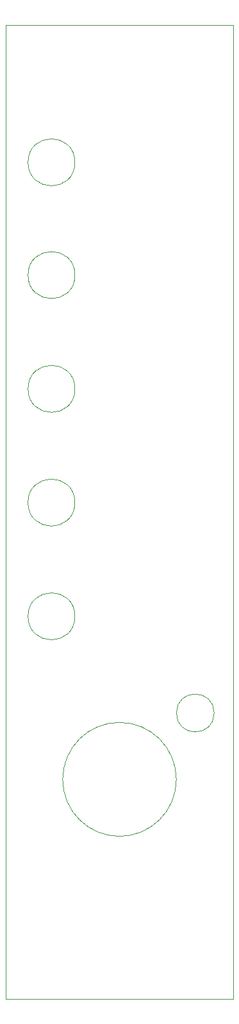
<source format=gm1>
%TF.GenerationSoftware,KiCad,Pcbnew,(6.0.1)*%
%TF.CreationDate,2022-10-18T09:34:17-04:00*%
%TF.ProjectId,ER-MIDI-THRU_PANEL,45522d4d-4944-4492-9d54-4852555f5041,1*%
%TF.SameCoordinates,Original*%
%TF.FileFunction,Profile,NP*%
%FSLAX46Y46*%
G04 Gerber Fmt 4.6, Leading zero omitted, Abs format (unit mm)*
G04 Created by KiCad (PCBNEW (6.0.1)) date 2022-10-18 09:34:17*
%MOMM*%
%LPD*%
G01*
G04 APERTURE LIST*
%TA.AperFunction,Profile*%
%ADD10C,0.100000*%
%TD*%
G04 APERTURE END LIST*
D10*
X9100000Y-33000000D02*
G75*
G03*
X9100000Y-33000000I-3100000J0D01*
G01*
X9100000Y-78000000D02*
G75*
G03*
X9100000Y-78000000I-3100000J0D01*
G01*
X9100000Y-48000000D02*
G75*
G03*
X9100000Y-48000000I-3100000J0D01*
G01*
X9100000Y-18130000D02*
G75*
G03*
X9100000Y-18130000I-3100000J0D01*
G01*
X27500080Y-90750000D02*
G75*
G03*
X27500080Y-90750000I-2500080J0D01*
G01*
X9090000Y-63000000D02*
G75*
G03*
X9090000Y-63000000I-3100000J0D01*
G01*
X22500000Y-99500000D02*
G75*
G03*
X22500000Y-99500000I-7510000J0D01*
G01*
X0Y0D02*
X30000000Y0D01*
X30000000Y0D02*
X30000000Y-128500000D01*
X30000000Y-128500000D02*
X0Y-128500000D01*
X0Y-128500000D02*
X0Y0D01*
M02*

</source>
